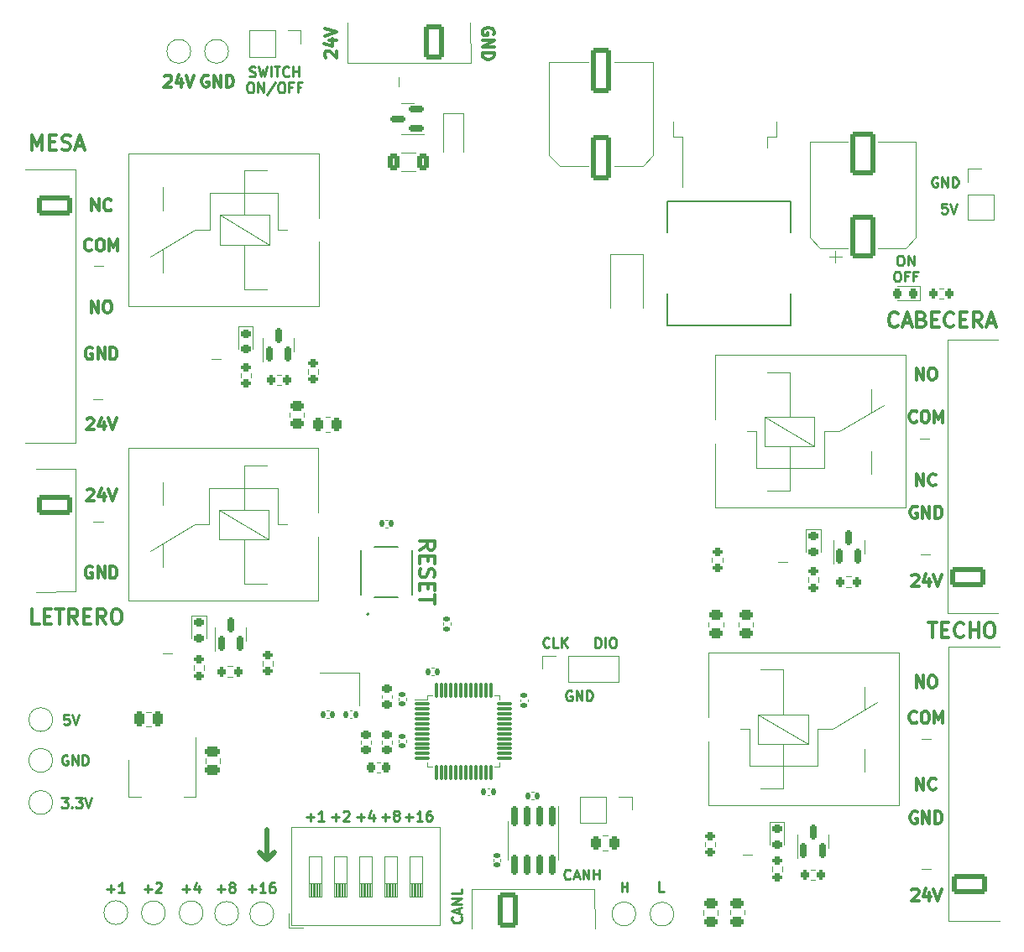
<source format=gto>
G04 #@! TF.GenerationSoftware,KiCad,Pcbnew,(6.0.11)*
G04 #@! TF.CreationDate,2023-08-29T14:16:44-05:00*
G04 #@! TF.ProjectId,Cabina,43616269-6e61-42e6-9b69-6361645f7063,rev?*
G04 #@! TF.SameCoordinates,Original*
G04 #@! TF.FileFunction,Legend,Top*
G04 #@! TF.FilePolarity,Positive*
%FSLAX46Y46*%
G04 Gerber Fmt 4.6, Leading zero omitted, Abs format (unit mm)*
G04 Created by KiCad (PCBNEW (6.0.11)) date 2023-08-29 14:16:44*
%MOMM*%
%LPD*%
G01*
G04 APERTURE LIST*
G04 Aperture macros list*
%AMRoundRect*
0 Rectangle with rounded corners*
0 $1 Rounding radius*
0 $2 $3 $4 $5 $6 $7 $8 $9 X,Y pos of 4 corners*
0 Add a 4 corners polygon primitive as box body*
4,1,4,$2,$3,$4,$5,$6,$7,$8,$9,$2,$3,0*
0 Add four circle primitives for the rounded corners*
1,1,$1+$1,$2,$3*
1,1,$1+$1,$4,$5*
1,1,$1+$1,$6,$7*
1,1,$1+$1,$8,$9*
0 Add four rect primitives between the rounded corners*
20,1,$1+$1,$2,$3,$4,$5,0*
20,1,$1+$1,$4,$5,$6,$7,0*
20,1,$1+$1,$6,$7,$8,$9,0*
20,1,$1+$1,$8,$9,$2,$3,0*%
G04 Aperture macros list end*
%ADD10C,0.250000*%
%ADD11C,0.375000*%
%ADD12C,0.300000*%
%ADD13C,0.500000*%
%ADD14C,0.120000*%
%ADD15C,0.150000*%
%ADD16C,0.127000*%
%ADD17C,0.200000*%
%ADD18RoundRect,0.250000X-0.450000X0.262500X-0.450000X-0.262500X0.450000X-0.262500X0.450000X0.262500X0*%
%ADD19RoundRect,0.150000X0.150000X-0.587500X0.150000X0.587500X-0.150000X0.587500X-0.150000X-0.587500X0*%
%ADD20RoundRect,0.075000X-0.662500X-0.075000X0.662500X-0.075000X0.662500X0.075000X-0.662500X0.075000X0*%
%ADD21RoundRect,0.075000X-0.075000X-0.662500X0.075000X-0.662500X0.075000X0.662500X-0.075000X0.662500X0*%
%ADD22R,1.220000X0.910000*%
%ADD23RoundRect,0.140000X0.140000X0.170000X-0.140000X0.170000X-0.140000X-0.170000X0.140000X-0.170000X0*%
%ADD24RoundRect,0.249999X-1.550001X0.790001X-1.550001X-0.790001X1.550001X-0.790001X1.550001X0.790001X0*%
%ADD25O,3.600000X2.080000*%
%ADD26RoundRect,0.140000X0.170000X-0.140000X0.170000X0.140000X-0.170000X0.140000X-0.170000X-0.140000X0*%
%ADD27RoundRect,0.250000X-0.250000X-0.475000X0.250000X-0.475000X0.250000X0.475000X-0.250000X0.475000X0*%
%ADD28C,2.000000*%
%ADD29RoundRect,0.250000X0.450000X-0.262500X0.450000X0.262500X-0.450000X0.262500X-0.450000X-0.262500X0*%
%ADD30RoundRect,0.150000X0.587500X0.150000X-0.587500X0.150000X-0.587500X-0.150000X0.587500X-0.150000X0*%
%ADD31RoundRect,0.200000X-0.275000X0.200000X-0.275000X-0.200000X0.275000X-0.200000X0.275000X0.200000X0*%
%ADD32C,3.000000*%
%ADD33R,1.800000X2.500000*%
%ADD34RoundRect,0.225000X0.250000X-0.225000X0.250000X0.225000X-0.250000X0.225000X-0.250000X-0.225000X0*%
%ADD35R,1.100000X4.600000*%
%ADD36R,10.800000X9.400000*%
%ADD37RoundRect,0.250000X1.000000X-1.950000X1.000000X1.950000X-1.000000X1.950000X-1.000000X-1.950000X0*%
%ADD38R,1.700000X1.700000*%
%ADD39O,1.700000X1.700000*%
%ADD40R,2.899999X5.399999*%
%ADD41RoundRect,0.140000X-0.140000X-0.170000X0.140000X-0.170000X0.140000X0.170000X-0.140000X0.170000X0*%
%ADD42RoundRect,0.200000X0.200000X0.275000X-0.200000X0.275000X-0.200000X-0.275000X0.200000X-0.275000X0*%
%ADD43R,1.500000X2.000000*%
%ADD44R,3.800000X2.000000*%
%ADD45RoundRect,0.150000X-0.150000X0.825000X-0.150000X-0.825000X0.150000X-0.825000X0.150000X0.825000X0*%
%ADD46RoundRect,0.250000X-0.262500X-0.450000X0.262500X-0.450000X0.262500X0.450000X-0.262500X0.450000X0*%
%ADD47RoundRect,0.140000X-0.170000X0.140000X-0.170000X-0.140000X0.170000X-0.140000X0.170000X0.140000X0*%
%ADD48RoundRect,0.218750X0.218750X0.256250X-0.218750X0.256250X-0.218750X-0.256250X0.218750X-0.256250X0*%
%ADD49RoundRect,0.249999X1.550001X-0.790001X1.550001X0.790001X-1.550001X0.790001X-1.550001X-0.790001X0*%
%ADD50RoundRect,0.250001X0.799999X-2.049999X0.799999X2.049999X-0.799999X2.049999X-0.799999X-2.049999X0*%
%ADD51RoundRect,0.249999X0.790001X1.550001X-0.790001X1.550001X-0.790001X-1.550001X0.790001X-1.550001X0*%
%ADD52O,2.080000X3.600000*%
%ADD53RoundRect,0.249999X-0.790001X-1.550001X0.790001X-1.550001X0.790001X1.550001X-0.790001X1.550001X0*%
%ADD54R,1.200000X0.900000*%
%ADD55RoundRect,0.250000X0.475000X-0.250000X0.475000X0.250000X-0.475000X0.250000X-0.475000X-0.250000X0*%
%ADD56RoundRect,0.218750X-0.256250X0.218750X-0.256250X-0.218750X0.256250X-0.218750X0.256250X0.218750X0*%
%ADD57C,3.200000*%
%ADD58RoundRect,0.135000X0.185000X-0.135000X0.185000X0.135000X-0.185000X0.135000X-0.185000X-0.135000X0*%
%ADD59R,1.400000X1.200000*%
%ADD60R,0.750000X1.000000*%
%ADD61R,1.600000X1.600000*%
%ADD62O,1.600000X1.600000*%
%ADD63R,0.910000X1.220000*%
%ADD64RoundRect,0.250000X0.312500X0.625000X-0.312500X0.625000X-0.312500X-0.625000X0.312500X-0.625000X0*%
G04 APERTURE END LIST*
D10*
X134905857Y-118875028D02*
X135667761Y-118875028D01*
X135286809Y-119255980D02*
X135286809Y-118494076D01*
X136096333Y-118351219D02*
X136143952Y-118303600D01*
X136239190Y-118255980D01*
X136477285Y-118255980D01*
X136572523Y-118303600D01*
X136620142Y-118351219D01*
X136667761Y-118446457D01*
X136667761Y-118541695D01*
X136620142Y-118684552D01*
X136048714Y-119255980D01*
X136667761Y-119255980D01*
D11*
X192015028Y-69293514D02*
X191943600Y-69364942D01*
X191729314Y-69436371D01*
X191586457Y-69436371D01*
X191372171Y-69364942D01*
X191229314Y-69222085D01*
X191157885Y-69079228D01*
X191086457Y-68793514D01*
X191086457Y-68579228D01*
X191157885Y-68293514D01*
X191229314Y-68150657D01*
X191372171Y-68007800D01*
X191586457Y-67936371D01*
X191729314Y-67936371D01*
X191943600Y-68007800D01*
X192015028Y-68079228D01*
X192586457Y-69007800D02*
X193300742Y-69007800D01*
X192443600Y-69436371D02*
X192943600Y-67936371D01*
X193443600Y-69436371D01*
X194443600Y-68650657D02*
X194657885Y-68722085D01*
X194729314Y-68793514D01*
X194800742Y-68936371D01*
X194800742Y-69150657D01*
X194729314Y-69293514D01*
X194657885Y-69364942D01*
X194515028Y-69436371D01*
X193943600Y-69436371D01*
X193943600Y-67936371D01*
X194443600Y-67936371D01*
X194586457Y-68007800D01*
X194657885Y-68079228D01*
X194729314Y-68222085D01*
X194729314Y-68364942D01*
X194657885Y-68507800D01*
X194586457Y-68579228D01*
X194443600Y-68650657D01*
X193943600Y-68650657D01*
X195443600Y-68650657D02*
X195943600Y-68650657D01*
X196157885Y-69436371D02*
X195443600Y-69436371D01*
X195443600Y-67936371D01*
X196157885Y-67936371D01*
X197657885Y-69293514D02*
X197586457Y-69364942D01*
X197372171Y-69436371D01*
X197229314Y-69436371D01*
X197015028Y-69364942D01*
X196872171Y-69222085D01*
X196800742Y-69079228D01*
X196729314Y-68793514D01*
X196729314Y-68579228D01*
X196800742Y-68293514D01*
X196872171Y-68150657D01*
X197015028Y-68007800D01*
X197229314Y-67936371D01*
X197372171Y-67936371D01*
X197586457Y-68007800D01*
X197657885Y-68079228D01*
X198300742Y-68650657D02*
X198800742Y-68650657D01*
X199015028Y-69436371D02*
X198300742Y-69436371D01*
X198300742Y-67936371D01*
X199015028Y-67936371D01*
X200515028Y-69436371D02*
X200015028Y-68722085D01*
X199657885Y-69436371D02*
X199657885Y-67936371D01*
X200229314Y-67936371D01*
X200372171Y-68007800D01*
X200443600Y-68079228D01*
X200515028Y-68222085D01*
X200515028Y-68436371D01*
X200443600Y-68579228D01*
X200372171Y-68650657D01*
X200229314Y-68722085D01*
X199657885Y-68722085D01*
X201086457Y-69007800D02*
X201800742Y-69007800D01*
X200943600Y-69436371D02*
X201443600Y-67936371D01*
X201943600Y-69436371D01*
D10*
X147931142Y-128936619D02*
X147978761Y-128984238D01*
X148026380Y-129127095D01*
X148026380Y-129222333D01*
X147978761Y-129365190D01*
X147883523Y-129460428D01*
X147788285Y-129508047D01*
X147597809Y-129555666D01*
X147454952Y-129555666D01*
X147264476Y-129508047D01*
X147169238Y-129460428D01*
X147074000Y-129365190D01*
X147026380Y-129222333D01*
X147026380Y-129127095D01*
X147074000Y-128984238D01*
X147121619Y-128936619D01*
X147740666Y-128555666D02*
X147740666Y-128079476D01*
X148026380Y-128650904D02*
X147026380Y-128317571D01*
X148026380Y-127984238D01*
X148026380Y-127650904D02*
X147026380Y-127650904D01*
X148026380Y-127079476D01*
X147026380Y-127079476D01*
X148026380Y-126127095D02*
X148026380Y-126603285D01*
X147026380Y-126603285D01*
X108254895Y-112657000D02*
X108159657Y-112609380D01*
X108016800Y-112609380D01*
X107873942Y-112657000D01*
X107778704Y-112752238D01*
X107731085Y-112847476D01*
X107683466Y-113037952D01*
X107683466Y-113180809D01*
X107731085Y-113371285D01*
X107778704Y-113466523D01*
X107873942Y-113561761D01*
X108016800Y-113609380D01*
X108112038Y-113609380D01*
X108254895Y-113561761D01*
X108302514Y-113514142D01*
X108302514Y-113180809D01*
X108112038Y-113180809D01*
X108731085Y-113609380D02*
X108731085Y-112609380D01*
X109302514Y-113609380D01*
X109302514Y-112609380D01*
X109778704Y-113609380D02*
X109778704Y-112609380D01*
X110016800Y-112609380D01*
X110159657Y-112657000D01*
X110254895Y-112752238D01*
X110302514Y-112847476D01*
X110350133Y-113037952D01*
X110350133Y-113180809D01*
X110302514Y-113371285D01*
X110254895Y-113466523D01*
X110159657Y-113561761D01*
X110016800Y-113609380D01*
X109778704Y-113609380D01*
X158980333Y-125071142D02*
X158932714Y-125118761D01*
X158789857Y-125166380D01*
X158694619Y-125166380D01*
X158551761Y-125118761D01*
X158456523Y-125023523D01*
X158408904Y-124928285D01*
X158361285Y-124737809D01*
X158361285Y-124594952D01*
X158408904Y-124404476D01*
X158456523Y-124309238D01*
X158551761Y-124214000D01*
X158694619Y-124166380D01*
X158789857Y-124166380D01*
X158932714Y-124214000D01*
X158980333Y-124261619D01*
X159361285Y-124880666D02*
X159837476Y-124880666D01*
X159266047Y-125166380D02*
X159599380Y-124166380D01*
X159932714Y-125166380D01*
X160266047Y-125166380D02*
X160266047Y-124166380D01*
X160837476Y-125166380D01*
X160837476Y-124166380D01*
X161313666Y-125166380D02*
X161313666Y-124166380D01*
X161313666Y-124642571D02*
X161885095Y-124642571D01*
X161885095Y-125166380D02*
X161885095Y-124166380D01*
D12*
X193440228Y-94503942D02*
X193497371Y-94446800D01*
X193611657Y-94389657D01*
X193897371Y-94389657D01*
X194011657Y-94446800D01*
X194068800Y-94503942D01*
X194125942Y-94618228D01*
X194125942Y-94732514D01*
X194068800Y-94903942D01*
X193383085Y-95589657D01*
X194125942Y-95589657D01*
X195154514Y-94789657D02*
X195154514Y-95589657D01*
X194868800Y-94332514D02*
X194583085Y-95189657D01*
X195325942Y-95189657D01*
X195611657Y-94389657D02*
X196011657Y-95589657D01*
X196411657Y-94389657D01*
D10*
X164153885Y-126436380D02*
X164153885Y-125436380D01*
X164153885Y-125912571D02*
X164725314Y-125912571D01*
X164725314Y-126436380D02*
X164725314Y-125436380D01*
X192192352Y-62198180D02*
X192382828Y-62198180D01*
X192478066Y-62245800D01*
X192573304Y-62341038D01*
X192620923Y-62531514D01*
X192620923Y-62864847D01*
X192573304Y-63055323D01*
X192478066Y-63150561D01*
X192382828Y-63198180D01*
X192192352Y-63198180D01*
X192097114Y-63150561D01*
X192001876Y-63055323D01*
X191954257Y-62864847D01*
X191954257Y-62531514D01*
X192001876Y-62341038D01*
X192097114Y-62245800D01*
X192192352Y-62198180D01*
X193049495Y-63198180D02*
X193049495Y-62198180D01*
X193620923Y-63198180D01*
X193620923Y-62198180D01*
X191859019Y-63808180D02*
X192049495Y-63808180D01*
X192144733Y-63855800D01*
X192239971Y-63951038D01*
X192287590Y-64141514D01*
X192287590Y-64474847D01*
X192239971Y-64665323D01*
X192144733Y-64760561D01*
X192049495Y-64808180D01*
X191859019Y-64808180D01*
X191763780Y-64760561D01*
X191668542Y-64665323D01*
X191620923Y-64474847D01*
X191620923Y-64141514D01*
X191668542Y-63951038D01*
X191763780Y-63855800D01*
X191859019Y-63808180D01*
X193049495Y-64284371D02*
X192716161Y-64284371D01*
X192716161Y-64808180D02*
X192716161Y-63808180D01*
X193192352Y-63808180D01*
X193906638Y-64284371D02*
X193573304Y-64284371D01*
X193573304Y-64808180D02*
X193573304Y-63808180D01*
X194049495Y-63808180D01*
D12*
X110686971Y-67979857D02*
X110686971Y-66779857D01*
X111372685Y-67979857D01*
X111372685Y-66779857D01*
X112172685Y-66779857D02*
X112401257Y-66779857D01*
X112515542Y-66837000D01*
X112629828Y-66951285D01*
X112686971Y-67179857D01*
X112686971Y-67579857D01*
X112629828Y-67808428D01*
X112515542Y-67922714D01*
X112401257Y-67979857D01*
X112172685Y-67979857D01*
X112058400Y-67922714D01*
X111944114Y-67808428D01*
X111886971Y-67579857D01*
X111886971Y-67179857D01*
X111944114Y-66951285D01*
X112058400Y-66837000D01*
X112172685Y-66779857D01*
D10*
X159105695Y-106154600D02*
X159010457Y-106106980D01*
X158867600Y-106106980D01*
X158724742Y-106154600D01*
X158629504Y-106249838D01*
X158581885Y-106345076D01*
X158534266Y-106535552D01*
X158534266Y-106678409D01*
X158581885Y-106868885D01*
X158629504Y-106964123D01*
X158724742Y-107059361D01*
X158867600Y-107106980D01*
X158962838Y-107106980D01*
X159105695Y-107059361D01*
X159153314Y-107011742D01*
X159153314Y-106678409D01*
X158962838Y-106678409D01*
X159581885Y-107106980D02*
X159581885Y-106106980D01*
X160153314Y-107106980D01*
X160153314Y-106106980D01*
X160629504Y-107106980D02*
X160629504Y-106106980D01*
X160867600Y-106106980D01*
X161010457Y-106154600D01*
X161105695Y-106249838D01*
X161153314Y-106345076D01*
X161200933Y-106535552D01*
X161200933Y-106678409D01*
X161153314Y-106868885D01*
X161105695Y-106964123D01*
X161010457Y-107059361D01*
X160867600Y-107106980D01*
X160629504Y-107106980D01*
D12*
X110229828Y-85867942D02*
X110286971Y-85810800D01*
X110401257Y-85753657D01*
X110686971Y-85753657D01*
X110801257Y-85810800D01*
X110858400Y-85867942D01*
X110915542Y-85982228D01*
X110915542Y-86096514D01*
X110858400Y-86267942D01*
X110172685Y-86953657D01*
X110915542Y-86953657D01*
X111944114Y-86153657D02*
X111944114Y-86953657D01*
X111658400Y-85696514D02*
X111372685Y-86553657D01*
X112115542Y-86553657D01*
X112401257Y-85753657D02*
X112801257Y-86953657D01*
X113201257Y-85753657D01*
X193897371Y-105800457D02*
X193897371Y-104600457D01*
X194583085Y-105800457D01*
X194583085Y-104600457D01*
X195383085Y-104600457D02*
X195611657Y-104600457D01*
X195725942Y-104657600D01*
X195840228Y-104771885D01*
X195897371Y-105000457D01*
X195897371Y-105400457D01*
X195840228Y-105629028D01*
X195725942Y-105743314D01*
X195611657Y-105800457D01*
X195383085Y-105800457D01*
X195268800Y-105743314D01*
X195154514Y-105629028D01*
X195097371Y-105400457D01*
X195097371Y-105000457D01*
X195154514Y-104771885D01*
X195268800Y-104657600D01*
X195383085Y-104600457D01*
D10*
X196011895Y-54313200D02*
X195916657Y-54265580D01*
X195773800Y-54265580D01*
X195630942Y-54313200D01*
X195535704Y-54408438D01*
X195488085Y-54503676D01*
X195440466Y-54694152D01*
X195440466Y-54837009D01*
X195488085Y-55027485D01*
X195535704Y-55122723D01*
X195630942Y-55217961D01*
X195773800Y-55265580D01*
X195869038Y-55265580D01*
X196011895Y-55217961D01*
X196059514Y-55170342D01*
X196059514Y-54837009D01*
X195869038Y-54837009D01*
X196488085Y-55265580D02*
X196488085Y-54265580D01*
X197059514Y-55265580D01*
X197059514Y-54265580D01*
X197535704Y-55265580D02*
X197535704Y-54265580D01*
X197773800Y-54265580D01*
X197916657Y-54313200D01*
X198011895Y-54408438D01*
X198059514Y-54503676D01*
X198107133Y-54694152D01*
X198107133Y-54837009D01*
X198059514Y-55027485D01*
X198011895Y-55122723D01*
X197916657Y-55217961D01*
X197773800Y-55265580D01*
X197535704Y-55265580D01*
X168406723Y-126410980D02*
X167930533Y-126410980D01*
X167930533Y-125410980D01*
D11*
X105417371Y-99382971D02*
X104703085Y-99382971D01*
X104703085Y-97882971D01*
X105917371Y-98597257D02*
X106417371Y-98597257D01*
X106631656Y-99382971D02*
X105917371Y-99382971D01*
X105917371Y-97882971D01*
X106631656Y-97882971D01*
X107060228Y-97882971D02*
X107917371Y-97882971D01*
X107488799Y-99382971D02*
X107488799Y-97882971D01*
X109274513Y-99382971D02*
X108774513Y-98668685D01*
X108417371Y-99382971D02*
X108417371Y-97882971D01*
X108988799Y-97882971D01*
X109131656Y-97954400D01*
X109203085Y-98025828D01*
X109274513Y-98168685D01*
X109274513Y-98382971D01*
X109203085Y-98525828D01*
X109131656Y-98597257D01*
X108988799Y-98668685D01*
X108417371Y-98668685D01*
X109917371Y-98597257D02*
X110417371Y-98597257D01*
X110631656Y-99382971D02*
X109917371Y-99382971D01*
X109917371Y-97882971D01*
X110631656Y-97882971D01*
X112131656Y-99382971D02*
X111631656Y-98668685D01*
X111274513Y-99382971D02*
X111274513Y-97882971D01*
X111845942Y-97882971D01*
X111988799Y-97954400D01*
X112060228Y-98025828D01*
X112131656Y-98168685D01*
X112131656Y-98382971D01*
X112060228Y-98525828D01*
X111988799Y-98597257D01*
X111845942Y-98668685D01*
X111274513Y-98668685D01*
X113060228Y-97882971D02*
X113345942Y-97882971D01*
X113488799Y-97954400D01*
X113631656Y-98097257D01*
X113703085Y-98382971D01*
X113703085Y-98882971D01*
X113631656Y-99168685D01*
X113488799Y-99311542D01*
X113345942Y-99382971D01*
X113060228Y-99382971D01*
X112917371Y-99311542D01*
X112774513Y-99168685D01*
X112703085Y-98882971D01*
X112703085Y-98382971D01*
X112774513Y-98097257D01*
X112917371Y-97954400D01*
X113060228Y-97882971D01*
D10*
X156859361Y-101652342D02*
X156811742Y-101699961D01*
X156668885Y-101747580D01*
X156573647Y-101747580D01*
X156430790Y-101699961D01*
X156335552Y-101604723D01*
X156287933Y-101509485D01*
X156240314Y-101319009D01*
X156240314Y-101176152D01*
X156287933Y-100985676D01*
X156335552Y-100890438D01*
X156430790Y-100795200D01*
X156573647Y-100747580D01*
X156668885Y-100747580D01*
X156811742Y-100795200D01*
X156859361Y-100842819D01*
X157764123Y-101747580D02*
X157287933Y-101747580D01*
X157287933Y-100747580D01*
X158097457Y-101747580D02*
X158097457Y-100747580D01*
X158668885Y-101747580D02*
X158240314Y-101176152D01*
X158668885Y-100747580D02*
X158097457Y-101319009D01*
D12*
X193925942Y-116138257D02*
X193925942Y-114938257D01*
X194611657Y-116138257D01*
X194611657Y-114938257D01*
X195868800Y-116023971D02*
X195811657Y-116081114D01*
X195640228Y-116138257D01*
X195525942Y-116138257D01*
X195354514Y-116081114D01*
X195240228Y-115966828D01*
X195183085Y-115852542D01*
X195125942Y-115623971D01*
X195125942Y-115452542D01*
X195183085Y-115223971D01*
X195240228Y-115109685D01*
X195354514Y-114995400D01*
X195525942Y-114938257D01*
X195640228Y-114938257D01*
X195811657Y-114995400D01*
X195868800Y-115052542D01*
X134331142Y-42220971D02*
X134274000Y-42163828D01*
X134216857Y-42049542D01*
X134216857Y-41763828D01*
X134274000Y-41649542D01*
X134331142Y-41592400D01*
X134445428Y-41535257D01*
X134559714Y-41535257D01*
X134731142Y-41592400D01*
X135416857Y-42278114D01*
X135416857Y-41535257D01*
X134616857Y-40506685D02*
X135416857Y-40506685D01*
X134159714Y-40792400D02*
X135016857Y-41078114D01*
X135016857Y-40335257D01*
X134216857Y-40049542D02*
X135416857Y-39649542D01*
X134216857Y-39249542D01*
D10*
X108394523Y-108545380D02*
X107918333Y-108545380D01*
X107870714Y-109021571D01*
X107918333Y-108973952D01*
X108013571Y-108926333D01*
X108251666Y-108926333D01*
X108346904Y-108973952D01*
X108394523Y-109021571D01*
X108442142Y-109116809D01*
X108442142Y-109354904D01*
X108394523Y-109450142D01*
X108346904Y-109497761D01*
X108251666Y-109545380D01*
X108013571Y-109545380D01*
X107918333Y-109497761D01*
X107870714Y-109450142D01*
X108727857Y-108545380D02*
X109061190Y-109545380D01*
X109394523Y-108545380D01*
D12*
X193440228Y-126228542D02*
X193497371Y-126171400D01*
X193611657Y-126114257D01*
X193897371Y-126114257D01*
X194011657Y-126171400D01*
X194068800Y-126228542D01*
X194125942Y-126342828D01*
X194125942Y-126457114D01*
X194068800Y-126628542D01*
X193383085Y-127314257D01*
X194125942Y-127314257D01*
X195154514Y-126514257D02*
X195154514Y-127314257D01*
X194868800Y-126057114D02*
X194583085Y-126914257D01*
X195325942Y-126914257D01*
X195611657Y-126114257D02*
X196011657Y-127314257D01*
X196411657Y-126114257D01*
D10*
X126479466Y-126114028D02*
X127241371Y-126114028D01*
X126860419Y-126494980D02*
X126860419Y-125733076D01*
X128241371Y-126494980D02*
X127669942Y-126494980D01*
X127955657Y-126494980D02*
X127955657Y-125494980D01*
X127860419Y-125637838D01*
X127765180Y-125733076D01*
X127669942Y-125780695D01*
X129098514Y-125494980D02*
X128908038Y-125494980D01*
X128812800Y-125542600D01*
X128765180Y-125590219D01*
X128669942Y-125733076D01*
X128622323Y-125923552D01*
X128622323Y-126304504D01*
X128669942Y-126399742D01*
X128717561Y-126447361D01*
X128812800Y-126494980D01*
X129003276Y-126494980D01*
X129098514Y-126447361D01*
X129146133Y-126399742D01*
X129193752Y-126304504D01*
X129193752Y-126066409D01*
X129146133Y-125971171D01*
X129098514Y-125923552D01*
X129003276Y-125875933D01*
X128812800Y-125875933D01*
X128717561Y-125923552D01*
X128669942Y-125971171D01*
X128622323Y-126066409D01*
D12*
X193954514Y-87563400D02*
X193840228Y-87506257D01*
X193668800Y-87506257D01*
X193497371Y-87563400D01*
X193383085Y-87677685D01*
X193325942Y-87791971D01*
X193268800Y-88020542D01*
X193268800Y-88191971D01*
X193325942Y-88420542D01*
X193383085Y-88534828D01*
X193497371Y-88649114D01*
X193668800Y-88706257D01*
X193783085Y-88706257D01*
X193954514Y-88649114D01*
X194011657Y-88591971D01*
X194011657Y-88191971D01*
X193783085Y-88191971D01*
X194525942Y-88706257D02*
X194525942Y-87506257D01*
X195211657Y-88706257D01*
X195211657Y-87506257D01*
X195783085Y-88706257D02*
X195783085Y-87506257D01*
X196068800Y-87506257D01*
X196240228Y-87563400D01*
X196354514Y-87677685D01*
X196411657Y-87791971D01*
X196468800Y-88020542D01*
X196468800Y-88191971D01*
X196411657Y-88420542D01*
X196354514Y-88534828D01*
X196240228Y-88649114D01*
X196068800Y-88706257D01*
X195783085Y-88706257D01*
D10*
X137471257Y-118875028D02*
X138233161Y-118875028D01*
X137852209Y-119255980D02*
X137852209Y-118494076D01*
X139137923Y-118589314D02*
X139137923Y-119255980D01*
X138899828Y-118208361D02*
X138661733Y-118922647D01*
X139280780Y-118922647D01*
D12*
X110744114Y-71536000D02*
X110629828Y-71478857D01*
X110458400Y-71478857D01*
X110286971Y-71536000D01*
X110172685Y-71650285D01*
X110115542Y-71764571D01*
X110058400Y-71993142D01*
X110058400Y-72164571D01*
X110115542Y-72393142D01*
X110172685Y-72507428D01*
X110286971Y-72621714D01*
X110458400Y-72678857D01*
X110572685Y-72678857D01*
X110744114Y-72621714D01*
X110801257Y-72564571D01*
X110801257Y-72164571D01*
X110572685Y-72164571D01*
X111315542Y-72678857D02*
X111315542Y-71478857D01*
X112001257Y-72678857D01*
X112001257Y-71478857D01*
X112572685Y-72678857D02*
X112572685Y-71478857D01*
X112858400Y-71478857D01*
X113029828Y-71536000D01*
X113144114Y-71650285D01*
X113201257Y-71764571D01*
X113258400Y-71993142D01*
X113258400Y-72164571D01*
X113201257Y-72393142D01*
X113144114Y-72507428D01*
X113029828Y-72621714D01*
X112858400Y-72678857D01*
X112572685Y-72678857D01*
X110744114Y-93634000D02*
X110629828Y-93576857D01*
X110458400Y-93576857D01*
X110286971Y-93634000D01*
X110172685Y-93748285D01*
X110115542Y-93862571D01*
X110058400Y-94091142D01*
X110058400Y-94262571D01*
X110115542Y-94491142D01*
X110172685Y-94605428D01*
X110286971Y-94719714D01*
X110458400Y-94776857D01*
X110572685Y-94776857D01*
X110744114Y-94719714D01*
X110801257Y-94662571D01*
X110801257Y-94262571D01*
X110572685Y-94262571D01*
X111315542Y-94776857D02*
X111315542Y-93576857D01*
X112001257Y-94776857D01*
X112001257Y-93576857D01*
X112572685Y-94776857D02*
X112572685Y-93576857D01*
X112858400Y-93576857D01*
X113029828Y-93634000D01*
X113144114Y-93748285D01*
X113201257Y-93862571D01*
X113258400Y-94091142D01*
X113258400Y-94262571D01*
X113201257Y-94491142D01*
X113144114Y-94605428D01*
X113029828Y-94719714D01*
X112858400Y-94776857D01*
X112572685Y-94776857D01*
X110715542Y-57692857D02*
X110715542Y-56492857D01*
X111401257Y-57692857D01*
X111401257Y-56492857D01*
X112658400Y-57578571D02*
X112601257Y-57635714D01*
X112429828Y-57692857D01*
X112315542Y-57692857D01*
X112144114Y-57635714D01*
X112029828Y-57521428D01*
X111972685Y-57407142D01*
X111915542Y-57178571D01*
X111915542Y-57007142D01*
X111972685Y-56778571D01*
X112029828Y-56664285D01*
X112144114Y-56550000D01*
X112315542Y-56492857D01*
X112429828Y-56492857D01*
X112601257Y-56550000D01*
X112658400Y-56607142D01*
D10*
X119843657Y-126114028D02*
X120605561Y-126114028D01*
X120224609Y-126494980D02*
X120224609Y-125733076D01*
X121510323Y-125828314D02*
X121510323Y-126494980D01*
X121272228Y-125447361D02*
X121034133Y-126161647D01*
X121653180Y-126161647D01*
D12*
X151247400Y-39878114D02*
X151304542Y-39763828D01*
X151304542Y-39592400D01*
X151247400Y-39420971D01*
X151133114Y-39306685D01*
X151018828Y-39249542D01*
X150790257Y-39192400D01*
X150618828Y-39192400D01*
X150390257Y-39249542D01*
X150275971Y-39306685D01*
X150161685Y-39420971D01*
X150104542Y-39592400D01*
X150104542Y-39706685D01*
X150161685Y-39878114D01*
X150218828Y-39935257D01*
X150618828Y-39935257D01*
X150618828Y-39706685D01*
X150104542Y-40449542D02*
X151304542Y-40449542D01*
X150104542Y-41135257D01*
X151304542Y-41135257D01*
X150104542Y-41706685D02*
X151304542Y-41706685D01*
X151304542Y-41992400D01*
X151247400Y-42163828D01*
X151133114Y-42278114D01*
X151018828Y-42335257D01*
X150790257Y-42392400D01*
X150618828Y-42392400D01*
X150390257Y-42335257D01*
X150275971Y-42278114D01*
X150161685Y-42163828D01*
X150104542Y-41992400D01*
X150104542Y-41706685D01*
D10*
X115982857Y-126114028D02*
X116744761Y-126114028D01*
X116363809Y-126494980D02*
X116363809Y-125733076D01*
X117173333Y-125590219D02*
X117220952Y-125542600D01*
X117316190Y-125494980D01*
X117554285Y-125494980D01*
X117649523Y-125542600D01*
X117697142Y-125590219D01*
X117744761Y-125685457D01*
X117744761Y-125780695D01*
X117697142Y-125923552D01*
X117125714Y-126494980D01*
X117744761Y-126494980D01*
D13*
X128390685Y-120142190D02*
X128390685Y-123189809D01*
X127628780Y-122427904D02*
X128390685Y-123189809D01*
X129152590Y-122427904D01*
D12*
X193925942Y-78939971D02*
X193868800Y-78997114D01*
X193697371Y-79054257D01*
X193583085Y-79054257D01*
X193411657Y-78997114D01*
X193297371Y-78882828D01*
X193240228Y-78768542D01*
X193183085Y-78539971D01*
X193183085Y-78368542D01*
X193240228Y-78139971D01*
X193297371Y-78025685D01*
X193411657Y-77911400D01*
X193583085Y-77854257D01*
X193697371Y-77854257D01*
X193868800Y-77911400D01*
X193925942Y-77968542D01*
X194668800Y-77854257D02*
X194897371Y-77854257D01*
X195011657Y-77911400D01*
X195125942Y-78025685D01*
X195183085Y-78254257D01*
X195183085Y-78654257D01*
X195125942Y-78882828D01*
X195011657Y-78997114D01*
X194897371Y-79054257D01*
X194668800Y-79054257D01*
X194554514Y-78997114D01*
X194440228Y-78882828D01*
X194383085Y-78654257D01*
X194383085Y-78254257D01*
X194440228Y-78025685D01*
X194554514Y-77911400D01*
X194668800Y-77854257D01*
X195697371Y-79054257D02*
X195697371Y-77854257D01*
X196097371Y-78711400D01*
X196497371Y-77854257D01*
X196497371Y-79054257D01*
D11*
X104703085Y-51529371D02*
X104703085Y-50029371D01*
X105203085Y-51100800D01*
X105703085Y-50029371D01*
X105703085Y-51529371D01*
X106417371Y-50743657D02*
X106917371Y-50743657D01*
X107131657Y-51529371D02*
X106417371Y-51529371D01*
X106417371Y-50029371D01*
X107131657Y-50029371D01*
X107703085Y-51457942D02*
X107917371Y-51529371D01*
X108274514Y-51529371D01*
X108417371Y-51457942D01*
X108488800Y-51386514D01*
X108560228Y-51243657D01*
X108560228Y-51100800D01*
X108488800Y-50957942D01*
X108417371Y-50886514D01*
X108274514Y-50815085D01*
X107988800Y-50743657D01*
X107845942Y-50672228D01*
X107774514Y-50600800D01*
X107703085Y-50457942D01*
X107703085Y-50315085D01*
X107774514Y-50172228D01*
X107845942Y-50100800D01*
X107988800Y-50029371D01*
X108345942Y-50029371D01*
X108560228Y-50100800D01*
X109131657Y-51100800D02*
X109845942Y-51100800D01*
X108988800Y-51529371D02*
X109488800Y-50029371D01*
X109988800Y-51529371D01*
D12*
X193954514Y-118373600D02*
X193840228Y-118316457D01*
X193668800Y-118316457D01*
X193497371Y-118373600D01*
X193383085Y-118487885D01*
X193325942Y-118602171D01*
X193268800Y-118830742D01*
X193268800Y-119002171D01*
X193325942Y-119230742D01*
X193383085Y-119345028D01*
X193497371Y-119459314D01*
X193668800Y-119516457D01*
X193783085Y-119516457D01*
X193954514Y-119459314D01*
X194011657Y-119402171D01*
X194011657Y-119002171D01*
X193783085Y-119002171D01*
X194525942Y-119516457D02*
X194525942Y-118316457D01*
X195211657Y-119516457D01*
X195211657Y-118316457D01*
X195783085Y-119516457D02*
X195783085Y-118316457D01*
X196068800Y-118316457D01*
X196240228Y-118373600D01*
X196354514Y-118487885D01*
X196411657Y-118602171D01*
X196468800Y-118830742D01*
X196468800Y-119002171D01*
X196411657Y-119230742D01*
X196354514Y-119345028D01*
X196240228Y-119459314D01*
X196068800Y-119516457D01*
X195783085Y-119516457D01*
X193897371Y-74736257D02*
X193897371Y-73536257D01*
X194583085Y-74736257D01*
X194583085Y-73536257D01*
X195383085Y-73536257D02*
X195611657Y-73536257D01*
X195725942Y-73593400D01*
X195840228Y-73707685D01*
X195897371Y-73936257D01*
X195897371Y-74336257D01*
X195840228Y-74564828D01*
X195725942Y-74679114D01*
X195611657Y-74736257D01*
X195383085Y-74736257D01*
X195268800Y-74679114D01*
X195154514Y-74564828D01*
X195097371Y-74336257D01*
X195097371Y-73936257D01*
X195154514Y-73707685D01*
X195268800Y-73593400D01*
X195383085Y-73536257D01*
D10*
X123374257Y-126114028D02*
X124136161Y-126114028D01*
X123755209Y-126494980D02*
X123755209Y-125733076D01*
X124755209Y-125923552D02*
X124659971Y-125875933D01*
X124612352Y-125828314D01*
X124564733Y-125733076D01*
X124564733Y-125685457D01*
X124612352Y-125590219D01*
X124659971Y-125542600D01*
X124755209Y-125494980D01*
X124945685Y-125494980D01*
X125040923Y-125542600D01*
X125088542Y-125590219D01*
X125136161Y-125685457D01*
X125136161Y-125733076D01*
X125088542Y-125828314D01*
X125040923Y-125875933D01*
X124945685Y-125923552D01*
X124755209Y-125923552D01*
X124659971Y-125971171D01*
X124612352Y-126018790D01*
X124564733Y-126114028D01*
X124564733Y-126304504D01*
X124612352Y-126399742D01*
X124659971Y-126447361D01*
X124755209Y-126494980D01*
X124945685Y-126494980D01*
X125040923Y-126447361D01*
X125088542Y-126399742D01*
X125136161Y-126304504D01*
X125136161Y-126114028D01*
X125088542Y-126018790D01*
X125040923Y-125971171D01*
X124945685Y-125923552D01*
X107667609Y-116952780D02*
X108286657Y-116952780D01*
X107953323Y-117333733D01*
X108096180Y-117333733D01*
X108191419Y-117381352D01*
X108239038Y-117428971D01*
X108286657Y-117524209D01*
X108286657Y-117762304D01*
X108239038Y-117857542D01*
X108191419Y-117905161D01*
X108096180Y-117952780D01*
X107810466Y-117952780D01*
X107715228Y-117905161D01*
X107667609Y-117857542D01*
X108715228Y-117857542D02*
X108762847Y-117905161D01*
X108715228Y-117952780D01*
X108667609Y-117905161D01*
X108715228Y-117857542D01*
X108715228Y-117952780D01*
X109096180Y-116952780D02*
X109715228Y-116952780D01*
X109381895Y-117333733D01*
X109524752Y-117333733D01*
X109619990Y-117381352D01*
X109667609Y-117428971D01*
X109715228Y-117524209D01*
X109715228Y-117762304D01*
X109667609Y-117857542D01*
X109619990Y-117905161D01*
X109524752Y-117952780D01*
X109239038Y-117952780D01*
X109143800Y-117905161D01*
X109096180Y-117857542D01*
X110000942Y-116952780D02*
X110334276Y-117952780D01*
X110667609Y-116952780D01*
D12*
X110229828Y-78705142D02*
X110286971Y-78648000D01*
X110401257Y-78590857D01*
X110686971Y-78590857D01*
X110801257Y-78648000D01*
X110858400Y-78705142D01*
X110915542Y-78819428D01*
X110915542Y-78933714D01*
X110858400Y-79105142D01*
X110172685Y-79790857D01*
X110915542Y-79790857D01*
X111944114Y-78990857D02*
X111944114Y-79790857D01*
X111658400Y-78533714D02*
X111372685Y-79390857D01*
X112115542Y-79390857D01*
X112401257Y-78590857D02*
X112801257Y-79790857D01*
X113201257Y-78590857D01*
D10*
X126633600Y-44075161D02*
X126776457Y-44122780D01*
X127014552Y-44122780D01*
X127109790Y-44075161D01*
X127157409Y-44027542D01*
X127205028Y-43932304D01*
X127205028Y-43837066D01*
X127157409Y-43741828D01*
X127109790Y-43694209D01*
X127014552Y-43646590D01*
X126824076Y-43598971D01*
X126728838Y-43551352D01*
X126681219Y-43503733D01*
X126633600Y-43408495D01*
X126633600Y-43313257D01*
X126681219Y-43218019D01*
X126728838Y-43170400D01*
X126824076Y-43122780D01*
X127062171Y-43122780D01*
X127205028Y-43170400D01*
X127538361Y-43122780D02*
X127776457Y-44122780D01*
X127966933Y-43408495D01*
X128157409Y-44122780D01*
X128395504Y-43122780D01*
X128776457Y-44122780D02*
X128776457Y-43122780D01*
X129109790Y-43122780D02*
X129681219Y-43122780D01*
X129395504Y-44122780D02*
X129395504Y-43122780D01*
X130585980Y-44027542D02*
X130538361Y-44075161D01*
X130395504Y-44122780D01*
X130300266Y-44122780D01*
X130157409Y-44075161D01*
X130062171Y-43979923D01*
X130014552Y-43884685D01*
X129966933Y-43694209D01*
X129966933Y-43551352D01*
X130014552Y-43360876D01*
X130062171Y-43265638D01*
X130157409Y-43170400D01*
X130300266Y-43122780D01*
X130395504Y-43122780D01*
X130538361Y-43170400D01*
X130585980Y-43218019D01*
X131014552Y-44122780D02*
X131014552Y-43122780D01*
X131014552Y-43598971D02*
X131585980Y-43598971D01*
X131585980Y-44122780D02*
X131585980Y-43122780D01*
X126609790Y-44732780D02*
X126800266Y-44732780D01*
X126895504Y-44780400D01*
X126990742Y-44875638D01*
X127038361Y-45066114D01*
X127038361Y-45399447D01*
X126990742Y-45589923D01*
X126895504Y-45685161D01*
X126800266Y-45732780D01*
X126609790Y-45732780D01*
X126514552Y-45685161D01*
X126419314Y-45589923D01*
X126371695Y-45399447D01*
X126371695Y-45066114D01*
X126419314Y-44875638D01*
X126514552Y-44780400D01*
X126609790Y-44732780D01*
X127466933Y-45732780D02*
X127466933Y-44732780D01*
X128038361Y-45732780D01*
X128038361Y-44732780D01*
X129228838Y-44685161D02*
X128371695Y-45970876D01*
X129752647Y-44732780D02*
X129943123Y-44732780D01*
X130038361Y-44780400D01*
X130133600Y-44875638D01*
X130181219Y-45066114D01*
X130181219Y-45399447D01*
X130133600Y-45589923D01*
X130038361Y-45685161D01*
X129943123Y-45732780D01*
X129752647Y-45732780D01*
X129657409Y-45685161D01*
X129562171Y-45589923D01*
X129514552Y-45399447D01*
X129514552Y-45066114D01*
X129562171Y-44875638D01*
X129657409Y-44780400D01*
X129752647Y-44732780D01*
X130943123Y-45208971D02*
X130609790Y-45208971D01*
X130609790Y-45732780D02*
X130609790Y-44732780D01*
X131085980Y-44732780D01*
X131800266Y-45208971D02*
X131466933Y-45208971D01*
X131466933Y-45732780D02*
X131466933Y-44732780D01*
X131943123Y-44732780D01*
X142303666Y-118875028D02*
X143065571Y-118875028D01*
X142684619Y-119255980D02*
X142684619Y-118494076D01*
X144065571Y-119255980D02*
X143494142Y-119255980D01*
X143779857Y-119255980D02*
X143779857Y-118255980D01*
X143684619Y-118398838D01*
X143589380Y-118494076D01*
X143494142Y-118541695D01*
X144922714Y-118255980D02*
X144732238Y-118255980D01*
X144637000Y-118303600D01*
X144589380Y-118351219D01*
X144494142Y-118494076D01*
X144446523Y-118684552D01*
X144446523Y-119065504D01*
X144494142Y-119160742D01*
X144541761Y-119208361D01*
X144637000Y-119255980D01*
X144827476Y-119255980D01*
X144922714Y-119208361D01*
X144970333Y-119160742D01*
X145017952Y-119065504D01*
X145017952Y-118827409D01*
X144970333Y-118732171D01*
X144922714Y-118684552D01*
X144827476Y-118636933D01*
X144637000Y-118636933D01*
X144541761Y-118684552D01*
X144494142Y-118732171D01*
X144446523Y-118827409D01*
D11*
X143822028Y-91903028D02*
X144536314Y-91403028D01*
X143822028Y-91045885D02*
X145322028Y-91045885D01*
X145322028Y-91617314D01*
X145250600Y-91760171D01*
X145179171Y-91831600D01*
X145036314Y-91903028D01*
X144822028Y-91903028D01*
X144679171Y-91831600D01*
X144607742Y-91760171D01*
X144536314Y-91617314D01*
X144536314Y-91045885D01*
X144607742Y-92545885D02*
X144607742Y-93045885D01*
X143822028Y-93260171D02*
X143822028Y-92545885D01*
X145322028Y-92545885D01*
X145322028Y-93260171D01*
X143893457Y-93831600D02*
X143822028Y-94045885D01*
X143822028Y-94403028D01*
X143893457Y-94545885D01*
X143964885Y-94617314D01*
X144107742Y-94688742D01*
X144250600Y-94688742D01*
X144393457Y-94617314D01*
X144464885Y-94545885D01*
X144536314Y-94403028D01*
X144607742Y-94117314D01*
X144679171Y-93974457D01*
X144750600Y-93903028D01*
X144893457Y-93831600D01*
X145036314Y-93831600D01*
X145179171Y-93903028D01*
X145250600Y-93974457D01*
X145322028Y-94117314D01*
X145322028Y-94474457D01*
X145250600Y-94688742D01*
X144607742Y-95331600D02*
X144607742Y-95831600D01*
X143822028Y-96045885D02*
X143822028Y-95331600D01*
X145322028Y-95331600D01*
X145322028Y-96045885D01*
X145322028Y-96474457D02*
X145322028Y-97331600D01*
X143822028Y-96903028D02*
X145322028Y-96903028D01*
D10*
X132365857Y-118875028D02*
X133127761Y-118875028D01*
X132746809Y-119255980D02*
X132746809Y-118494076D01*
X134127761Y-119255980D02*
X133556333Y-119255980D01*
X133842047Y-119255980D02*
X133842047Y-118255980D01*
X133746809Y-118398838D01*
X133651571Y-118494076D01*
X133556333Y-118541695D01*
D12*
X118053028Y-44110342D02*
X118110171Y-44053200D01*
X118224457Y-43996057D01*
X118510171Y-43996057D01*
X118624457Y-44053200D01*
X118681600Y-44110342D01*
X118738742Y-44224628D01*
X118738742Y-44338914D01*
X118681600Y-44510342D01*
X117995885Y-45196057D01*
X118738742Y-45196057D01*
X119767314Y-44396057D02*
X119767314Y-45196057D01*
X119481600Y-43938914D02*
X119195885Y-44796057D01*
X119938742Y-44796057D01*
X120224457Y-43996057D02*
X120624457Y-45196057D01*
X121024457Y-43996057D01*
X193925942Y-85429657D02*
X193925942Y-84229657D01*
X194611657Y-85429657D01*
X194611657Y-84229657D01*
X195868800Y-85315371D02*
X195811657Y-85372514D01*
X195640228Y-85429657D01*
X195525942Y-85429657D01*
X195354514Y-85372514D01*
X195240228Y-85258228D01*
X195183085Y-85143942D01*
X195125942Y-84915371D01*
X195125942Y-84743942D01*
X195183085Y-84515371D01*
X195240228Y-84401085D01*
X195354514Y-84286800D01*
X195525942Y-84229657D01*
X195640228Y-84229657D01*
X195811657Y-84286800D01*
X195868800Y-84343942D01*
D10*
X161510790Y-101772980D02*
X161510790Y-100772980D01*
X161748885Y-100772980D01*
X161891742Y-100820600D01*
X161986980Y-100915838D01*
X162034600Y-101011076D01*
X162082219Y-101201552D01*
X162082219Y-101344409D01*
X162034600Y-101534885D01*
X161986980Y-101630123D01*
X161891742Y-101725361D01*
X161748885Y-101772980D01*
X161510790Y-101772980D01*
X162510790Y-101772980D02*
X162510790Y-100772980D01*
X163177457Y-100772980D02*
X163367933Y-100772980D01*
X163463171Y-100820600D01*
X163558409Y-100915838D01*
X163606028Y-101106314D01*
X163606028Y-101439647D01*
X163558409Y-101630123D01*
X163463171Y-101725361D01*
X163367933Y-101772980D01*
X163177457Y-101772980D01*
X163082219Y-101725361D01*
X162986980Y-101630123D01*
X162939361Y-101439647D01*
X162939361Y-101106314D01*
X162986980Y-100915838D01*
X163082219Y-100820600D01*
X163177457Y-100772980D01*
X112223657Y-126114028D02*
X112985561Y-126114028D01*
X112604609Y-126494980D02*
X112604609Y-125733076D01*
X113985561Y-126494980D02*
X113414133Y-126494980D01*
X113699847Y-126494980D02*
X113699847Y-125494980D01*
X113604609Y-125637838D01*
X113509371Y-125733076D01*
X113414133Y-125780695D01*
D12*
X122478914Y-44053200D02*
X122364628Y-43996057D01*
X122193200Y-43996057D01*
X122021771Y-44053200D01*
X121907485Y-44167485D01*
X121850342Y-44281771D01*
X121793200Y-44510342D01*
X121793200Y-44681771D01*
X121850342Y-44910342D01*
X121907485Y-45024628D01*
X122021771Y-45138914D01*
X122193200Y-45196057D01*
X122307485Y-45196057D01*
X122478914Y-45138914D01*
X122536057Y-45081771D01*
X122536057Y-44681771D01*
X122307485Y-44681771D01*
X123050342Y-45196057D02*
X123050342Y-43996057D01*
X123736057Y-45196057D01*
X123736057Y-43996057D01*
X124307485Y-45196057D02*
X124307485Y-43996057D01*
X124593200Y-43996057D01*
X124764628Y-44053200D01*
X124878914Y-44167485D01*
X124936057Y-44281771D01*
X124993200Y-44510342D01*
X124993200Y-44681771D01*
X124936057Y-44910342D01*
X124878914Y-45024628D01*
X124764628Y-45138914D01*
X124593200Y-45196057D01*
X124307485Y-45196057D01*
D10*
X196964323Y-56957980D02*
X196488133Y-56957980D01*
X196440514Y-57434171D01*
X196488133Y-57386552D01*
X196583371Y-57338933D01*
X196821466Y-57338933D01*
X196916704Y-57386552D01*
X196964323Y-57434171D01*
X197011942Y-57529409D01*
X197011942Y-57767504D01*
X196964323Y-57862742D01*
X196916704Y-57910361D01*
X196821466Y-57957980D01*
X196583371Y-57957980D01*
X196488133Y-57910361D01*
X196440514Y-57862742D01*
X197297657Y-56957980D02*
X197630990Y-57957980D01*
X197964323Y-56957980D01*
D11*
X195086456Y-99254571D02*
X195943599Y-99254571D01*
X195515028Y-100754571D02*
X195515028Y-99254571D01*
X196443599Y-99968857D02*
X196943599Y-99968857D01*
X197157885Y-100754571D02*
X196443599Y-100754571D01*
X196443599Y-99254571D01*
X197157885Y-99254571D01*
X198657885Y-100611714D02*
X198586456Y-100683142D01*
X198372170Y-100754571D01*
X198229313Y-100754571D01*
X198015028Y-100683142D01*
X197872170Y-100540285D01*
X197800742Y-100397428D01*
X197729313Y-100111714D01*
X197729313Y-99897428D01*
X197800742Y-99611714D01*
X197872170Y-99468857D01*
X198015028Y-99326000D01*
X198229313Y-99254571D01*
X198372170Y-99254571D01*
X198586456Y-99326000D01*
X198657885Y-99397428D01*
X199300742Y-100754571D02*
X199300742Y-99254571D01*
X199300742Y-99968857D02*
X200157885Y-99968857D01*
X200157885Y-100754571D02*
X200157885Y-99254571D01*
X201157885Y-99254571D02*
X201443599Y-99254571D01*
X201586456Y-99326000D01*
X201729313Y-99468857D01*
X201800742Y-99754571D01*
X201800742Y-100254571D01*
X201729313Y-100540285D01*
X201586456Y-100683142D01*
X201443599Y-100754571D01*
X201157885Y-100754571D01*
X201015028Y-100683142D01*
X200872170Y-100540285D01*
X200800742Y-100254571D01*
X200800742Y-99754571D01*
X200872170Y-99468857D01*
X201015028Y-99326000D01*
X201157885Y-99254571D01*
D10*
X139960457Y-118875028D02*
X140722361Y-118875028D01*
X140341409Y-119255980D02*
X140341409Y-118494076D01*
X141341409Y-118684552D02*
X141246171Y-118636933D01*
X141198552Y-118589314D01*
X141150933Y-118494076D01*
X141150933Y-118446457D01*
X141198552Y-118351219D01*
X141246171Y-118303600D01*
X141341409Y-118255980D01*
X141531885Y-118255980D01*
X141627123Y-118303600D01*
X141674742Y-118351219D01*
X141722361Y-118446457D01*
X141722361Y-118494076D01*
X141674742Y-118589314D01*
X141627123Y-118636933D01*
X141531885Y-118684552D01*
X141341409Y-118684552D01*
X141246171Y-118732171D01*
X141198552Y-118779790D01*
X141150933Y-118875028D01*
X141150933Y-119065504D01*
X141198552Y-119160742D01*
X141246171Y-119208361D01*
X141341409Y-119255980D01*
X141531885Y-119255980D01*
X141627123Y-119208361D01*
X141674742Y-119160742D01*
X141722361Y-119065504D01*
X141722361Y-118875028D01*
X141674742Y-118779790D01*
X141627123Y-118732171D01*
X141531885Y-118684552D01*
D12*
X193925942Y-109292971D02*
X193868800Y-109350114D01*
X193697371Y-109407257D01*
X193583085Y-109407257D01*
X193411657Y-109350114D01*
X193297371Y-109235828D01*
X193240228Y-109121542D01*
X193183085Y-108892971D01*
X193183085Y-108721542D01*
X193240228Y-108492971D01*
X193297371Y-108378685D01*
X193411657Y-108264400D01*
X193583085Y-108207257D01*
X193697371Y-108207257D01*
X193868800Y-108264400D01*
X193925942Y-108321542D01*
X194668800Y-108207257D02*
X194897371Y-108207257D01*
X195011657Y-108264400D01*
X195125942Y-108378685D01*
X195183085Y-108607257D01*
X195183085Y-109007257D01*
X195125942Y-109235828D01*
X195011657Y-109350114D01*
X194897371Y-109407257D01*
X194668800Y-109407257D01*
X194554514Y-109350114D01*
X194440228Y-109235828D01*
X194383085Y-109007257D01*
X194383085Y-108607257D01*
X194440228Y-108378685D01*
X194554514Y-108264400D01*
X194668800Y-108207257D01*
X195697371Y-109407257D02*
X195697371Y-108207257D01*
X196097371Y-109064400D01*
X196497371Y-108207257D01*
X196497371Y-109407257D01*
X110715542Y-61617171D02*
X110658400Y-61674314D01*
X110486971Y-61731457D01*
X110372685Y-61731457D01*
X110201257Y-61674314D01*
X110086971Y-61560028D01*
X110029828Y-61445742D01*
X109972685Y-61217171D01*
X109972685Y-61045742D01*
X110029828Y-60817171D01*
X110086971Y-60702885D01*
X110201257Y-60588600D01*
X110372685Y-60531457D01*
X110486971Y-60531457D01*
X110658400Y-60588600D01*
X110715542Y-60645742D01*
X111458400Y-60531457D02*
X111686971Y-60531457D01*
X111801257Y-60588600D01*
X111915542Y-60702885D01*
X111972685Y-60931457D01*
X111972685Y-61331457D01*
X111915542Y-61560028D01*
X111801257Y-61674314D01*
X111686971Y-61731457D01*
X111458400Y-61731457D01*
X111344114Y-61674314D01*
X111229828Y-61560028D01*
X111172685Y-61331457D01*
X111172685Y-60931457D01*
X111229828Y-60702885D01*
X111344114Y-60588600D01*
X111458400Y-60531457D01*
X112486971Y-61731457D02*
X112486971Y-60531457D01*
X112886971Y-61388600D01*
X113286971Y-60531457D01*
X113286971Y-61731457D01*
D14*
X175947400Y-99188536D02*
X175947400Y-99642664D01*
X177417400Y-99188536D02*
X177417400Y-99642664D01*
X130659200Y-78055736D02*
X130659200Y-78509864D01*
X132129200Y-78055736D02*
X132129200Y-78509864D01*
X181892000Y-121310400D02*
X181892000Y-120660400D01*
X185012000Y-121310400D02*
X185012000Y-121960400D01*
X181892000Y-121310400D02*
X181892000Y-122985400D01*
X185012000Y-121310400D02*
X185012000Y-120660400D01*
X151805800Y-113820600D02*
X151805800Y-113370600D01*
X144585800Y-113820600D02*
X144585800Y-113370600D01*
X144585800Y-106600600D02*
X144585800Y-107050600D01*
X151355800Y-113820600D02*
X151805800Y-113820600D01*
X151805800Y-106600600D02*
X151805800Y-107050600D01*
X144585800Y-107050600D02*
X143295800Y-107050600D01*
X145035800Y-106600600D02*
X144585800Y-106600600D01*
X151355800Y-106600600D02*
X151805800Y-106600600D01*
X145035800Y-113820600D02*
X144585800Y-113820600D01*
X110820200Y-76733400D02*
X111760000Y-76733400D01*
X136963036Y-108148800D02*
X136747364Y-108148800D01*
X136963036Y-108868800D02*
X136747364Y-108868800D01*
X109070200Y-96131400D02*
X109070200Y-83751400D01*
X109070200Y-96131400D02*
X105055200Y-96139000D01*
X109069300Y-83740000D02*
X105054300Y-83747600D01*
X142396800Y-107067236D02*
X142396800Y-106851564D01*
X141676800Y-107067236D02*
X141676800Y-106851564D01*
X116197748Y-108256400D02*
X116720252Y-108256400D01*
X116197748Y-109726400D02*
X116720252Y-109726400D01*
X179895000Y-93167200D02*
X180834800Y-93167200D01*
X165588800Y-128651000D02*
G75*
G03*
X165588800Y-128651000I-1200000J0D01*
G01*
X174420200Y-99642664D02*
X174420200Y-99188536D01*
X172950200Y-99642664D02*
X172950200Y-99188536D01*
X142544800Y-49947000D02*
X144219800Y-49947000D01*
X142544800Y-49947000D02*
X141894800Y-49947000D01*
X142544800Y-46827000D02*
X141894800Y-46827000D01*
X142544800Y-46827000D02*
X143194800Y-46827000D01*
X173623500Y-121377942D02*
X173623500Y-121852458D01*
X172578500Y-121377942D02*
X172578500Y-121852458D01*
X150831436Y-116692000D02*
X150615764Y-116692000D01*
X150831436Y-115972000D02*
X150615764Y-115972000D01*
X106762400Y-117410200D02*
G75*
G03*
X106762400Y-117410200I-1200000J0D01*
G01*
X121926200Y-128549400D02*
G75*
G03*
X121926200Y-128549400I-1200000J0D01*
G01*
X106762400Y-109042200D02*
G75*
G03*
X106762400Y-109042200I-1200000J0D01*
G01*
X194310000Y-92405200D02*
X195249800Y-92405200D01*
X123605400Y-61113800D02*
X123605400Y-58113800D01*
X128605400Y-61113800D02*
X123605400Y-61113800D01*
X129505400Y-59613800D02*
X130405400Y-59613800D01*
X133605400Y-67313800D02*
X133605400Y-60813800D01*
X126105400Y-58113800D02*
X126105400Y-53613800D01*
X126105400Y-65613800D02*
X126105400Y-61113800D01*
X133605400Y-67313800D02*
X114405400Y-67313800D01*
X114405400Y-67313800D02*
X114405400Y-51913800D01*
X117905400Y-55313800D02*
X117905400Y-57613800D01*
X128405400Y-53613800D02*
X126105400Y-53613800D01*
X133605400Y-58413800D02*
X133605400Y-51913800D01*
X126105400Y-65613800D02*
X128405400Y-65613800D01*
X122605400Y-59613800D02*
X121105400Y-59613800D01*
X117905400Y-63913800D02*
X117905400Y-61613800D01*
X122605400Y-55913800D02*
X129505400Y-55913800D01*
X129505400Y-59613800D02*
X129505400Y-55913800D01*
X122605400Y-59613800D02*
X122605400Y-55913800D01*
X123605400Y-58113800D02*
X128605400Y-61113800D01*
X121105400Y-59613800D02*
X116605400Y-62313800D01*
X114405400Y-51913800D02*
X133605400Y-51913800D01*
X123605400Y-58113800D02*
X128605400Y-58113800D01*
X128605400Y-58113800D02*
X128605400Y-61113800D01*
X163043600Y-62081200D02*
X163043600Y-67481200D01*
X166343600Y-62081200D02*
X163043600Y-62081200D01*
X166343600Y-62081200D02*
X166343600Y-67481200D01*
X139952000Y-111468780D02*
X139952000Y-111187620D01*
X140972000Y-111468780D02*
X140972000Y-111187620D01*
X114331600Y-128524000D02*
G75*
G03*
X114331600Y-128524000I-1200000J0D01*
G01*
X173861400Y-128751064D02*
X173861400Y-128296936D01*
X172391400Y-128751064D02*
X172391400Y-128296936D01*
X175083800Y-128271536D02*
X175083800Y-128725664D01*
X176553800Y-128271536D02*
X176553800Y-128725664D01*
X179748800Y-48668600D02*
X179748800Y-50168600D01*
X178798800Y-50168600D02*
X178798800Y-51268600D01*
X179748800Y-50168600D02*
X178798800Y-50168600D01*
X169348800Y-50168600D02*
X170298800Y-50168600D01*
X169348800Y-48668600D02*
X169348800Y-50168600D01*
X170298800Y-50168600D02*
X170298800Y-55293600D01*
X193853400Y-60378763D02*
X193853400Y-50723200D01*
X183133400Y-50723200D02*
X186983400Y-50723200D01*
X192788963Y-61443200D02*
X193853400Y-60378763D01*
X185108400Y-62308200D02*
X186358400Y-62308200D01*
X192788963Y-61443200D02*
X190003400Y-61443200D01*
X193853400Y-50723200D02*
X190003400Y-50723200D01*
X183133400Y-60378763D02*
X183133400Y-50723200D01*
X185733400Y-62933200D02*
X185733400Y-61683200D01*
X184197837Y-61443200D02*
X183133400Y-60378763D01*
X184197837Y-61443200D02*
X186983400Y-61443200D01*
X199076000Y-53407000D02*
X200406000Y-53407000D01*
X199076000Y-54737000D02*
X199076000Y-53407000D01*
X199076000Y-58607000D02*
X201736000Y-58607000D01*
X201736000Y-56007000D02*
X201736000Y-58607000D01*
X199076000Y-56007000D02*
X199076000Y-58607000D01*
X199076000Y-56007000D02*
X201736000Y-56007000D01*
X126584400Y-39462400D02*
X126584400Y-42122400D01*
X131784400Y-39462400D02*
X131784400Y-40792400D01*
X129184400Y-39462400D02*
X129184400Y-42122400D01*
X129184400Y-42122400D02*
X126584400Y-42122400D01*
X130454400Y-39462400D02*
X131784400Y-39462400D01*
X129184400Y-39462400D02*
X126584400Y-39462400D01*
D15*
X168730600Y-59866601D02*
X168730600Y-56716600D01*
X168730600Y-69216600D02*
X168730600Y-66066601D01*
X181230600Y-59866601D02*
X181230600Y-56716600D01*
X181230600Y-69216600D02*
X181230600Y-66066601D01*
X168730600Y-56716600D02*
X181230600Y-56716600D01*
X168730600Y-69216600D02*
X181230600Y-69216600D01*
D14*
X144976964Y-103830800D02*
X145192636Y-103830800D01*
X144976964Y-104550800D02*
X145192636Y-104550800D01*
X134410564Y-108868800D02*
X134626236Y-108868800D01*
X134410564Y-108148800D02*
X134626236Y-108148800D01*
X195351400Y-111023400D02*
X194411600Y-111023400D01*
X195211200Y-80661000D02*
X194271400Y-80661000D01*
X129828058Y-74229700D02*
X129353542Y-74229700D01*
X129828058Y-75274700D02*
X129353542Y-75274700D01*
X121215200Y-110835000D02*
X121215200Y-116845000D01*
X114395200Y-113085000D02*
X114395200Y-116845000D01*
X114395200Y-116845000D02*
X115655200Y-116845000D01*
X121215200Y-116845000D02*
X119955200Y-116845000D01*
X124491600Y-41579800D02*
G75*
G03*
X124491600Y-41579800I-1200000J0D01*
G01*
X127950700Y-103115342D02*
X127950700Y-103589858D01*
X128995700Y-103115342D02*
X128995700Y-103589858D01*
X152657400Y-121223000D02*
X152657400Y-123173000D01*
X152657400Y-121223000D02*
X152657400Y-119273000D01*
X157777400Y-121223000D02*
X157777400Y-117773000D01*
X157777400Y-121223000D02*
X157777400Y-123173000D01*
X162282136Y-120753200D02*
X162736264Y-120753200D01*
X162282136Y-122223200D02*
X162736264Y-122223200D01*
X154665000Y-106978564D02*
X154665000Y-107194236D01*
X153945000Y-106978564D02*
X153945000Y-107194236D01*
X117906800Y-102387400D02*
X118846600Y-102387400D01*
X139977400Y-106871380D02*
X139977400Y-106590220D01*
X140997400Y-106871380D02*
X140997400Y-106590220D01*
X132522700Y-73651342D02*
X132522700Y-74125858D01*
X133567700Y-73651342D02*
X133567700Y-74125858D01*
X134265936Y-78513000D02*
X134720064Y-78513000D01*
X134265936Y-79983000D02*
X134720064Y-79983000D01*
X173289700Y-92677842D02*
X173289700Y-93152358D01*
X174334700Y-92677842D02*
X174334700Y-93152358D01*
X158739600Y-102581800D02*
X163879600Y-102581800D01*
X158739600Y-105241800D02*
X158739600Y-102581800D01*
X156139600Y-102581800D02*
X157469600Y-102581800D01*
X163879600Y-105241800D02*
X163879600Y-102581800D01*
X158739600Y-105241800D02*
X163879600Y-105241800D01*
X156139600Y-103911800D02*
X156139600Y-102581800D01*
X194245600Y-65279600D02*
X191960600Y-65279600D01*
X194245600Y-66749600D02*
X194245600Y-65279600D01*
X191960600Y-66749600D02*
X194245600Y-66749600D01*
X138838400Y-111468780D02*
X138838400Y-111187620D01*
X137818400Y-111468780D02*
X137818400Y-111187620D01*
X182967100Y-94682542D02*
X182967100Y-95157058D01*
X184012100Y-94682542D02*
X184012100Y-95157058D01*
X197140800Y-129329200D02*
X202250800Y-129329200D01*
X197140800Y-101709200D02*
X197140800Y-129329200D01*
X202250800Y-101709200D02*
X197140800Y-101709200D01*
X118116200Y-128549400D02*
G75*
G03*
X118116200Y-128549400I-1200000J0D01*
G01*
X122036100Y-103547142D02*
X122036100Y-104021658D01*
X120991100Y-103547142D02*
X120991100Y-104021658D01*
X156842800Y-52099963D02*
X156842800Y-42644400D01*
X167362800Y-52099963D02*
X167362800Y-42644400D01*
X157907237Y-53164400D02*
X156842800Y-52099963D01*
X166298363Y-53164400D02*
X167362800Y-52099963D01*
X166298363Y-53164400D02*
X163412800Y-53164400D01*
X156842800Y-42644400D02*
X160792800Y-42644400D01*
X157907237Y-53164400D02*
X160792800Y-53164400D01*
X167362800Y-42644400D02*
X163412800Y-42644400D01*
X124875058Y-103668300D02*
X124400542Y-103668300D01*
X124875058Y-104713300D02*
X124400542Y-104713300D01*
X151921800Y-123323236D02*
X151921800Y-123107564D01*
X151201800Y-123323236D02*
X151201800Y-123107564D01*
X136519400Y-42724600D02*
X148899400Y-42724600D01*
X136519400Y-42724600D02*
X136511800Y-38709600D01*
X148910800Y-42723700D02*
X148903200Y-38708700D01*
X139786579Y-113383600D02*
X139461021Y-113383600D01*
X139786579Y-114403600D02*
X139461021Y-114403600D01*
X188631000Y-91617800D02*
X188631000Y-92267800D01*
X185511000Y-91617800D02*
X185511000Y-90967800D01*
X188631000Y-91617800D02*
X188631000Y-90967800D01*
X185511000Y-91617800D02*
X185511000Y-93292800D01*
X111836200Y-63271400D02*
X110896400Y-63271400D01*
X161434800Y-126134600D02*
X149054800Y-126134600D01*
X161434800Y-126134600D02*
X161442400Y-130149600D01*
X149043400Y-126135500D02*
X149051000Y-130150500D01*
X194386200Y-124104400D02*
X195326000Y-124104400D01*
X148193000Y-47813400D02*
X148193000Y-51713400D01*
X148193000Y-47813400D02*
X146193000Y-47813400D01*
X146193000Y-47813400D02*
X146193000Y-51713400D01*
X117866800Y-85057200D02*
X117866800Y-87357200D01*
X133566800Y-88157200D02*
X133566800Y-81657200D01*
X126066800Y-87857200D02*
X126066800Y-83357200D01*
X121066800Y-89357200D02*
X116566800Y-92057200D01*
X128566800Y-90857200D02*
X123566800Y-90857200D01*
X114366800Y-97057200D02*
X114366800Y-81657200D01*
X129466800Y-89357200D02*
X130366800Y-89357200D01*
X122566800Y-89357200D02*
X122566800Y-85657200D01*
X114366800Y-81657200D02*
X133566800Y-81657200D01*
X126066800Y-95357200D02*
X126066800Y-90857200D01*
X128366800Y-83357200D02*
X126066800Y-83357200D01*
X133566800Y-97057200D02*
X133566800Y-90557200D01*
X126066800Y-95357200D02*
X128366800Y-95357200D01*
X122566800Y-85657200D02*
X129466800Y-85657200D01*
X123566800Y-87857200D02*
X128566800Y-90857200D01*
X122566800Y-89357200D02*
X121066800Y-89357200D01*
X117866800Y-93657200D02*
X117866800Y-91357200D01*
X123566800Y-87857200D02*
X128566800Y-87857200D01*
X133566800Y-97057200D02*
X114366800Y-97057200D01*
X128566800Y-87857200D02*
X128566800Y-90857200D01*
X129466800Y-89357200D02*
X129466800Y-85657200D01*
X123566800Y-90857200D02*
X123566800Y-87857200D01*
X197000600Y-70670400D02*
X197000600Y-98290400D01*
X197000600Y-98290400D02*
X202110600Y-98290400D01*
X202110600Y-70670400D02*
X197000600Y-70670400D01*
X111823000Y-89077800D02*
X110883200Y-89077800D01*
X187282858Y-94600500D02*
X186808342Y-94600500D01*
X187282858Y-95645500D02*
X186808342Y-95645500D01*
X122175600Y-113469052D02*
X122175600Y-112946548D01*
X123645600Y-113469052D02*
X123645600Y-112946548D01*
X184224600Y-89802600D02*
X182754600Y-89802600D01*
X182754600Y-89802600D02*
X182754600Y-92087600D01*
X184224600Y-92087600D02*
X184224600Y-89802600D01*
X126760500Y-74057742D02*
X126760500Y-74532258D01*
X125715500Y-74057742D02*
X125715500Y-74532258D01*
X155084164Y-117087200D02*
X155299836Y-117087200D01*
X155084164Y-116367200D02*
X155299836Y-116367200D01*
X169424200Y-128676400D02*
G75*
G03*
X169424200Y-128676400I-1200000J0D01*
G01*
X183947200Y-113707400D02*
X177047200Y-113707400D01*
X183947200Y-110007400D02*
X183947200Y-113707400D01*
X182947200Y-108507400D02*
X182947200Y-111507400D01*
X180447200Y-104007400D02*
X178147200Y-104007400D01*
X177947200Y-108507400D02*
X182947200Y-108507400D01*
X180447200Y-104007400D02*
X180447200Y-108507400D01*
X172947200Y-102307400D02*
X192147200Y-102307400D01*
X188647200Y-114307400D02*
X188647200Y-112007400D01*
X180447200Y-111507400D02*
X180447200Y-116007400D01*
X177047200Y-110007400D02*
X177047200Y-113707400D01*
X183947200Y-110007400D02*
X185447200Y-110007400D01*
X172947200Y-102307400D02*
X172947200Y-108807400D01*
X177047200Y-110007400D02*
X176147200Y-110007400D01*
X192147200Y-117707400D02*
X172947200Y-117707400D01*
X182947200Y-111507400D02*
X177947200Y-111507400D01*
X177947200Y-111507400D02*
X177947200Y-108507400D01*
X185447200Y-110007400D02*
X189947200Y-107307400D01*
X188647200Y-105707400D02*
X188647200Y-108007400D01*
X192147200Y-102307400D02*
X192147200Y-117707400D01*
X178147200Y-116007400D02*
X180447200Y-116007400D01*
X172947200Y-111207400D02*
X172947200Y-117707400D01*
X182947200Y-111507400D02*
X177947200Y-108507400D01*
X162590400Y-116805400D02*
X162590400Y-119465400D01*
X159990400Y-116805400D02*
X159990400Y-119465400D01*
X162590400Y-116805400D02*
X159990400Y-116805400D01*
X162590400Y-119465400D02*
X159990400Y-119465400D01*
X163860400Y-116805400D02*
X165190400Y-116805400D01*
X165190400Y-116805400D02*
X165190400Y-118135400D01*
X126274000Y-100406200D02*
X126274000Y-99756200D01*
X123154000Y-100406200D02*
X123154000Y-99756200D01*
X123154000Y-100406200D02*
X123154000Y-102081200D01*
X126274000Y-100406200D02*
X126274000Y-101056200D01*
X122783600Y-72644000D02*
X123723400Y-72644000D01*
X141676800Y-111334436D02*
X141676800Y-111118764D01*
X142396800Y-111334436D02*
X142396800Y-111118764D01*
X125489800Y-69381000D02*
X125489800Y-71666000D01*
X126959800Y-69381000D02*
X125489800Y-69381000D01*
X126959800Y-71666000D02*
X126959800Y-69381000D01*
X120681600Y-41579800D02*
G75*
G03*
X120681600Y-41579800I-1200000J0D01*
G01*
X106762400Y-113157000D02*
G75*
G03*
X106762400Y-113157000I-1200000J0D01*
G01*
X125507600Y-128600200D02*
G75*
G03*
X125507600Y-128600200I-1200000J0D01*
G01*
X179095000Y-119365900D02*
X179095000Y-121650900D01*
X180565000Y-121650900D02*
X180565000Y-119365900D01*
X180565000Y-119365900D02*
X179095000Y-119365900D01*
X140565236Y-89632300D02*
X140349564Y-89632300D01*
X140565236Y-88912300D02*
X140349564Y-88912300D01*
X103971600Y-81094600D02*
X109081600Y-81094600D01*
X109081600Y-81094600D02*
X109081600Y-53474600D01*
X109081600Y-53474600D02*
X103971600Y-53474600D01*
X146887200Y-99518441D02*
X146887200Y-99211159D01*
X146127200Y-99518441D02*
X146127200Y-99211159D01*
X176388800Y-122705100D02*
X177328600Y-122705100D01*
X196655458Y-66537100D02*
X196180942Y-66537100D01*
X196655458Y-65492100D02*
X196180942Y-65492100D01*
X129063600Y-128651000D02*
G75*
G03*
X129063600Y-128651000I-1200000J0D01*
G01*
X137686800Y-104293400D02*
X133686800Y-104293400D01*
X137686800Y-107593400D02*
X137686800Y-104293400D01*
D16*
X137882000Y-91905000D02*
X137882000Y-96405000D01*
X142982000Y-91905000D02*
X142982000Y-96405000D01*
X139252000Y-96705000D02*
X141612000Y-96705000D01*
X141612000Y-91605000D02*
X139252000Y-91605000D01*
D17*
X138657000Y-98405000D02*
G75*
G03*
X138657000Y-98405000I-100000J0D01*
G01*
D14*
X142798800Y-126871000D02*
X144068800Y-126871000D01*
X133908800Y-126871000D02*
X133908800Y-122811000D01*
X132998800Y-126871000D02*
X132998800Y-125517667D01*
X143158800Y-126871000D02*
X143158800Y-125517667D01*
X137718800Y-125517667D02*
X138988800Y-125517667D01*
X130613800Y-130031000D02*
X130613800Y-128647000D01*
X132638800Y-125517667D02*
X133908800Y-125517667D01*
X135658800Y-126871000D02*
X135658800Y-125517667D01*
X138558800Y-126871000D02*
X138558800Y-125517667D01*
X133358800Y-126871000D02*
X133358800Y-125517667D01*
X133908800Y-122811000D02*
X132638800Y-122811000D01*
X138078800Y-126871000D02*
X138078800Y-125517667D01*
X135418800Y-126871000D02*
X135418800Y-125517667D01*
X135178800Y-126871000D02*
X136448800Y-126871000D01*
X136018800Y-126871000D02*
X136018800Y-125517667D01*
X141528800Y-126871000D02*
X141528800Y-122811000D01*
X138678800Y-126871000D02*
X138678800Y-125517667D01*
X140618800Y-126871000D02*
X140618800Y-125517667D01*
X144068800Y-122811000D02*
X142798800Y-122811000D01*
X143758800Y-126871000D02*
X143758800Y-125517667D01*
X132638800Y-126871000D02*
X133908800Y-126871000D01*
X132878800Y-126871000D02*
X132878800Y-125517667D01*
X135298800Y-126871000D02*
X135298800Y-125517667D01*
X135898800Y-126871000D02*
X135898800Y-125517667D01*
X133598800Y-126871000D02*
X133598800Y-125517667D01*
X140378800Y-126871000D02*
X140378800Y-125517667D01*
X142798800Y-122811000D02*
X142798800Y-126871000D01*
X133478800Y-126871000D02*
X133478800Y-125517667D01*
X133838800Y-126871000D02*
X133838800Y-125517667D01*
X133718800Y-126871000D02*
X133718800Y-125517667D01*
X145853800Y-129791000D02*
X145853800Y-119891000D01*
X138318800Y-126871000D02*
X138318800Y-125517667D01*
X130613800Y-130031000D02*
X131996800Y-130031000D01*
X135178800Y-122811000D02*
X135178800Y-126871000D01*
X135778800Y-126871000D02*
X135778800Y-125517667D01*
X143398800Y-126871000D02*
X143398800Y-125517667D01*
X138438800Y-126871000D02*
X138438800Y-125517667D01*
X133118800Y-126871000D02*
X133118800Y-125517667D01*
X137718800Y-122811000D02*
X137718800Y-126871000D01*
X140498800Y-126871000D02*
X140498800Y-125517667D01*
X141458800Y-126871000D02*
X141458800Y-125517667D01*
X138198800Y-126871000D02*
X138198800Y-125517667D01*
X142798800Y-125517667D02*
X144068800Y-125517667D01*
X140258800Y-122811000D02*
X140258800Y-126871000D01*
X138988800Y-122811000D02*
X137718800Y-122811000D01*
X143038800Y-126871000D02*
X143038800Y-125517667D01*
X140858800Y-126871000D02*
X140858800Y-125517667D01*
X136138800Y-126871000D02*
X136138800Y-125517667D01*
X140258800Y-126871000D02*
X141528800Y-126871000D01*
X130853800Y-129791000D02*
X130853800Y-119891000D01*
X138798800Y-126871000D02*
X138798800Y-125517667D01*
X140978800Y-126871000D02*
X140978800Y-125517667D01*
X138988800Y-126871000D02*
X138988800Y-122811000D01*
X136448800Y-122811000D02*
X135178800Y-122811000D01*
X142918800Y-126871000D02*
X142918800Y-125517667D01*
X136258800Y-126871000D02*
X136258800Y-125517667D01*
X140258800Y-125517667D02*
X141528800Y-125517667D01*
X136378800Y-126871000D02*
X136378800Y-125517667D01*
X144068800Y-126871000D02*
X144068800Y-122811000D01*
X143278800Y-126871000D02*
X143278800Y-125517667D01*
X132758800Y-126871000D02*
X132758800Y-125517667D01*
X137718800Y-126871000D02*
X138988800Y-126871000D01*
X141098800Y-126871000D02*
X141098800Y-125517667D01*
X143638800Y-126871000D02*
X143638800Y-125517667D01*
X136448800Y-126871000D02*
X136448800Y-122811000D01*
X137958800Y-126871000D02*
X137958800Y-125517667D01*
X130853800Y-129791000D02*
X145853800Y-129791000D01*
X133238800Y-126871000D02*
X133238800Y-125517667D01*
X132638800Y-122811000D02*
X132638800Y-126871000D01*
X130853800Y-119891000D02*
X145853800Y-119891000D01*
X135538800Y-126871000D02*
X135538800Y-125517667D01*
X143518800Y-126871000D02*
X143518800Y-125517667D01*
X138918800Y-126871000D02*
X138918800Y-125517667D01*
X143878800Y-126871000D02*
X143878800Y-125517667D01*
X141218800Y-126871000D02*
X141218800Y-125517667D01*
X135178800Y-125517667D02*
X136448800Y-125517667D01*
X140738800Y-126871000D02*
X140738800Y-125517667D01*
X141338800Y-126871000D02*
X141338800Y-125517667D01*
X143998800Y-126871000D02*
X143998800Y-125517667D01*
X137838800Y-126871000D02*
X137838800Y-125517667D01*
X141528800Y-122811000D02*
X140258800Y-122811000D01*
X127980000Y-71196200D02*
X127980000Y-70546200D01*
X131100000Y-71196200D02*
X131100000Y-70546200D01*
X131100000Y-71196200D02*
X131100000Y-71846200D01*
X127980000Y-71196200D02*
X127980000Y-72871200D01*
X173607600Y-72259200D02*
X192807600Y-72259200D01*
X181107600Y-73959200D02*
X181107600Y-78459200D01*
X173607600Y-72259200D02*
X173607600Y-78759200D01*
X177707600Y-79959200D02*
X176807600Y-79959200D01*
X189307600Y-84259200D02*
X189307600Y-81959200D01*
X181107600Y-81459200D02*
X181107600Y-85959200D01*
X184607600Y-83659200D02*
X177707600Y-83659200D01*
X177707600Y-79959200D02*
X177707600Y-83659200D01*
X184607600Y-79959200D02*
X184607600Y-83659200D01*
X181107600Y-73959200D02*
X178807600Y-73959200D01*
X178607600Y-81459200D02*
X178607600Y-78459200D01*
X183607600Y-81459200D02*
X178607600Y-81459200D01*
X189307600Y-75659200D02*
X189307600Y-77959200D01*
X192807600Y-72259200D02*
X192807600Y-87659200D01*
X178607600Y-78459200D02*
X183607600Y-78459200D01*
X173607600Y-81159200D02*
X173607600Y-87659200D01*
X183607600Y-78459200D02*
X183607600Y-81459200D01*
X183607600Y-81459200D02*
X178607600Y-78459200D01*
X184607600Y-79959200D02*
X186107600Y-79959200D01*
X186107600Y-79959200D02*
X190607600Y-77259200D01*
X192807600Y-87659200D02*
X173607600Y-87659200D01*
X178807600Y-85959200D02*
X181107600Y-85959200D01*
X141693400Y-44196000D02*
X141693400Y-45135800D01*
X143348064Y-51845800D02*
X141893936Y-51845800D01*
X143348064Y-53665800D02*
X141893936Y-53665800D01*
X120778600Y-98565600D02*
X120778600Y-100850600D01*
X122248600Y-100850600D02*
X122248600Y-98565600D01*
X122248600Y-98565600D02*
X120778600Y-98565600D01*
X179319700Y-123890242D02*
X179319700Y-124364758D01*
X180364700Y-123890242D02*
X180364700Y-124364758D01*
X183676058Y-125211100D02*
X183201542Y-125211100D01*
X183676058Y-124166100D02*
X183201542Y-124166100D01*
%LPC*%
D18*
X176682400Y-98503100D03*
X176682400Y-100328100D03*
X131394200Y-77370300D03*
X131394200Y-79195300D03*
D19*
X182502000Y-122247900D03*
X184402000Y-122247900D03*
X183452000Y-120372900D03*
D20*
X144033300Y-107460600D03*
X144033300Y-107960600D03*
X144033300Y-108460600D03*
X144033300Y-108960600D03*
X144033300Y-109460600D03*
X144033300Y-109960600D03*
X144033300Y-110460600D03*
X144033300Y-110960600D03*
X144033300Y-111460600D03*
X144033300Y-111960600D03*
X144033300Y-112460600D03*
X144033300Y-112960600D03*
D21*
X145445800Y-114373100D03*
X145945800Y-114373100D03*
X146445800Y-114373100D03*
X146945800Y-114373100D03*
X147445800Y-114373100D03*
X147945800Y-114373100D03*
X148445800Y-114373100D03*
X148945800Y-114373100D03*
X149445800Y-114373100D03*
X149945800Y-114373100D03*
X150445800Y-114373100D03*
X150945800Y-114373100D03*
D20*
X152358300Y-112960600D03*
X152358300Y-112460600D03*
X152358300Y-111960600D03*
X152358300Y-111460600D03*
X152358300Y-110960600D03*
X152358300Y-110460600D03*
X152358300Y-109960600D03*
X152358300Y-109460600D03*
X152358300Y-108960600D03*
X152358300Y-108460600D03*
X152358300Y-107960600D03*
X152358300Y-107460600D03*
D21*
X150945800Y-106048100D03*
X150445800Y-106048100D03*
X149945800Y-106048100D03*
X149445800Y-106048100D03*
X148945800Y-106048100D03*
X148445800Y-106048100D03*
X147945800Y-106048100D03*
X147445800Y-106048100D03*
X146945800Y-106048100D03*
X146445800Y-106048100D03*
X145945800Y-106048100D03*
X145445800Y-106048100D03*
D22*
X111302800Y-77403200D03*
X111302800Y-74133200D03*
D23*
X137335200Y-108508800D03*
X136375200Y-108508800D03*
D24*
X106960200Y-87401400D03*
D25*
X106960200Y-92481400D03*
D26*
X142036800Y-107439400D03*
X142036800Y-106479400D03*
D27*
X115509000Y-108991400D03*
X117409000Y-108991400D03*
D22*
X180377600Y-93837000D03*
X180377600Y-90567000D03*
D28*
X164388800Y-128651000D03*
D29*
X173685200Y-100328100D03*
X173685200Y-98503100D03*
D30*
X143482300Y-49337000D03*
X143482300Y-47437000D03*
X141607300Y-48387000D03*
D31*
X173101000Y-120790200D03*
X173101000Y-122440200D03*
D23*
X151203600Y-116332000D03*
X150243600Y-116332000D03*
D28*
X105562400Y-117410200D03*
X120726200Y-128549400D03*
X105562400Y-109042200D03*
D22*
X194792600Y-93075000D03*
X194792600Y-89805000D03*
D32*
X132105400Y-59613800D03*
X130105400Y-53613800D03*
X117905400Y-53613800D03*
X117905400Y-65613800D03*
X130105400Y-65613800D03*
D33*
X164693600Y-63481200D03*
X164693600Y-67481200D03*
D34*
X140462000Y-112103200D03*
X140462000Y-110553200D03*
D28*
X113131600Y-128524000D03*
D29*
X173126400Y-129436500D03*
X173126400Y-127611500D03*
D18*
X175818800Y-127586100D03*
X175818800Y-129411100D03*
D35*
X171148800Y-52993600D03*
X172848800Y-52993600D03*
X174548800Y-52993600D03*
D36*
X174548800Y-43843600D03*
D35*
X176248800Y-52993600D03*
X177948800Y-52993600D03*
D37*
X188493400Y-60283200D03*
X188493400Y-51883200D03*
D38*
X200406000Y-54737000D03*
D39*
X200406000Y-57277000D03*
D38*
X130454400Y-40792400D03*
D39*
X127914400Y-40792400D03*
D40*
X170030600Y-62966599D03*
X179930600Y-62966599D03*
D41*
X144604800Y-104190800D03*
X145564800Y-104190800D03*
X134038400Y-108508800D03*
X134998400Y-108508800D03*
D22*
X194868800Y-110353600D03*
X194868800Y-113623600D03*
X194728600Y-79991200D03*
X194728600Y-83261200D03*
D42*
X130415800Y-74752200D03*
X128765800Y-74752200D03*
D43*
X120105200Y-111785000D03*
D44*
X117805200Y-118085000D03*
D43*
X117805200Y-111785000D03*
X115505200Y-111785000D03*
D28*
X123291600Y-41579800D03*
D31*
X128473200Y-102527600D03*
X128473200Y-104177600D03*
D45*
X157122400Y-118748000D03*
X155852400Y-118748000D03*
X154582400Y-118748000D03*
X153312400Y-118748000D03*
X153312400Y-123698000D03*
X154582400Y-123698000D03*
X155852400Y-123698000D03*
X157122400Y-123698000D03*
D46*
X161596700Y-121488200D03*
X163421700Y-121488200D03*
D47*
X154305000Y-106606400D03*
X154305000Y-107566400D03*
D22*
X118389400Y-103057200D03*
X118389400Y-99787200D03*
D34*
X140487400Y-107505800D03*
X140487400Y-105955800D03*
D31*
X133045200Y-73063600D03*
X133045200Y-74713600D03*
D46*
X133580500Y-79248000D03*
X135405500Y-79248000D03*
D31*
X173812200Y-92090100D03*
X173812200Y-93740100D03*
D38*
X157469600Y-103911800D03*
D39*
X160009600Y-103911800D03*
X162549600Y-103911800D03*
D48*
X193548100Y-66014600D03*
X191973100Y-66014600D03*
D34*
X138328400Y-112103200D03*
X138328400Y-110553200D03*
D31*
X183489600Y-94094800D03*
X183489600Y-95744800D03*
D49*
X199250800Y-125679200D03*
D25*
X199250800Y-120599200D03*
X199250800Y-115519200D03*
X199250800Y-110439200D03*
X199250800Y-105359200D03*
D28*
X116916200Y-128549400D03*
D31*
X121513600Y-102959400D03*
X121513600Y-104609400D03*
D50*
X162102800Y-52304400D03*
X162102800Y-43504400D03*
D42*
X125462800Y-104190800D03*
X123812800Y-104190800D03*
D26*
X151561800Y-123695400D03*
X151561800Y-122735400D03*
D51*
X145249400Y-40614600D03*
D52*
X140169400Y-40614600D03*
D48*
X140411300Y-113893600D03*
X138836300Y-113893600D03*
D19*
X186121000Y-92555300D03*
X188021000Y-92555300D03*
X187071000Y-90680300D03*
D22*
X111353600Y-62601600D03*
X111353600Y-65871600D03*
D53*
X152704800Y-128244600D03*
D52*
X157784800Y-128244600D03*
D22*
X194868800Y-124774200D03*
X194868800Y-121504200D03*
D54*
X147193000Y-48413400D03*
X147193000Y-51713400D03*
D32*
X132066800Y-89357200D03*
X130066800Y-83357200D03*
X117866800Y-83357200D03*
X117866800Y-95357200D03*
X130066800Y-95357200D03*
D49*
X199110600Y-94640400D03*
D25*
X199110600Y-89560400D03*
X199110600Y-84480400D03*
X199110600Y-79400400D03*
X199110600Y-74320400D03*
D22*
X111340400Y-88408000D03*
X111340400Y-91678000D03*
D42*
X187870600Y-95123000D03*
X186220600Y-95123000D03*
D55*
X122910600Y-114157800D03*
X122910600Y-112257800D03*
D56*
X183489600Y-90500100D03*
X183489600Y-92075100D03*
D31*
X126238000Y-73470000D03*
X126238000Y-75120000D03*
D41*
X154712000Y-116727200D03*
X155672000Y-116727200D03*
D28*
X168224200Y-128676400D03*
D32*
X174447200Y-110007400D03*
X176447200Y-116007400D03*
X188647200Y-116007400D03*
X188647200Y-104007400D03*
X176447200Y-104007400D03*
D38*
X163860400Y-118135400D03*
D39*
X161320400Y-118135400D03*
D19*
X123764000Y-101343700D03*
X125664000Y-101343700D03*
X124714000Y-99468700D03*
D57*
X107543600Y-126390400D03*
D22*
X123266200Y-73313800D03*
X123266200Y-70043800D03*
D57*
X110998000Y-43180000D03*
D26*
X142036800Y-111706600D03*
X142036800Y-110746600D03*
D56*
X126224800Y-70078500D03*
X126224800Y-71653500D03*
D28*
X119481600Y-41579800D03*
X105562400Y-113157000D03*
X124307600Y-128600200D03*
D56*
X179830000Y-120063400D03*
X179830000Y-121638400D03*
D23*
X140937400Y-89272300D03*
X139977400Y-89272300D03*
D24*
X106971600Y-57124600D03*
D25*
X106971600Y-62204600D03*
X106971600Y-67284600D03*
X106971600Y-72364600D03*
X106971600Y-77444600D03*
D58*
X146507200Y-99874800D03*
X146507200Y-98854800D03*
D22*
X176871400Y-123374900D03*
X176871400Y-120104900D03*
D42*
X197243200Y-66014600D03*
X195593200Y-66014600D03*
D28*
X127863600Y-128651000D03*
D59*
X136786800Y-105093400D03*
X134586800Y-105093400D03*
X134586800Y-106793400D03*
X136786800Y-106793400D03*
D57*
X189585600Y-126669800D03*
X198882000Y-43180000D03*
D60*
X138557000Y-97155000D03*
X138557000Y-91155000D03*
X142307000Y-97155000D03*
X142307000Y-91155000D03*
D61*
X133273800Y-128651000D03*
D62*
X135813800Y-128651000D03*
X138353800Y-128651000D03*
X140893800Y-128651000D03*
X143433800Y-128651000D03*
X143433800Y-121031000D03*
X140893800Y-121031000D03*
X138353800Y-121031000D03*
X135813800Y-121031000D03*
X133273800Y-121031000D03*
D19*
X128590000Y-72133700D03*
X130490000Y-72133700D03*
X129540000Y-70258700D03*
D32*
X175107600Y-79959200D03*
X177107600Y-85959200D03*
X189307600Y-85959200D03*
X189307600Y-73959200D03*
X177107600Y-73959200D03*
D63*
X141023600Y-44678600D03*
X144293600Y-44678600D03*
D64*
X144083500Y-52755800D03*
X141158500Y-52755800D03*
D56*
X121513600Y-99263100D03*
X121513600Y-100838100D03*
D31*
X179842200Y-123302500D03*
X179842200Y-124952500D03*
D42*
X184263800Y-124688600D03*
X182613800Y-124688600D03*
M02*

</source>
